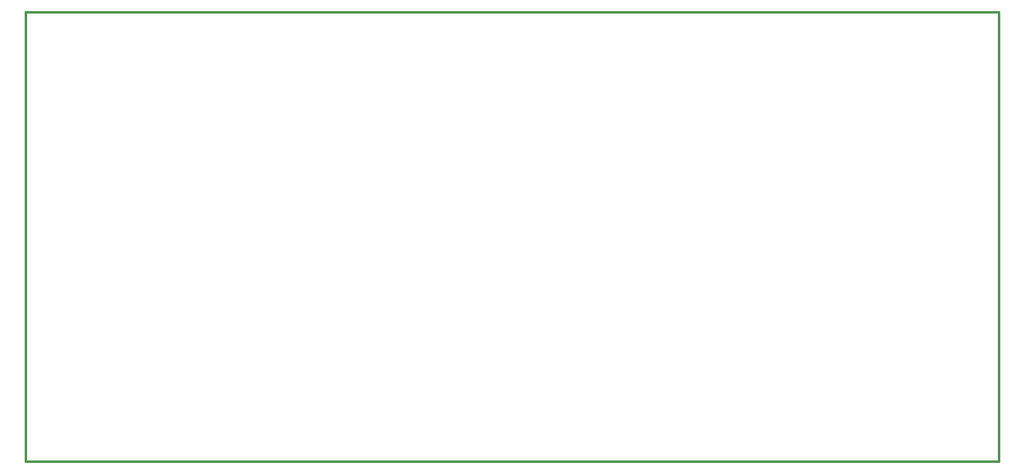
<source format=gbr>
G04 start of page 4 for group 2 idx 6 *
G04 Title: (unknown), outline *
G04 Creator: pcb 20140316 *
G04 CreationDate: Wed 27 Jan 2016 09:29:51 PM GMT UTC *
G04 For: veox *
G04 Format: Gerber/RS-274X *
G04 PCB-Dimensions (mil): 6700.00 3100.00 *
G04 PCB-Coordinate-Origin: lower left *
%MOIN*%
%FSLAX25Y25*%
%LNOUTLINE*%
%ADD54C,0.0150*%
G54D54*X0Y310000D02*Y0D01*
Y310000D02*X670000D01*
X0Y0D02*X670000D01*
Y310000D02*Y0D01*
M02*

</source>
